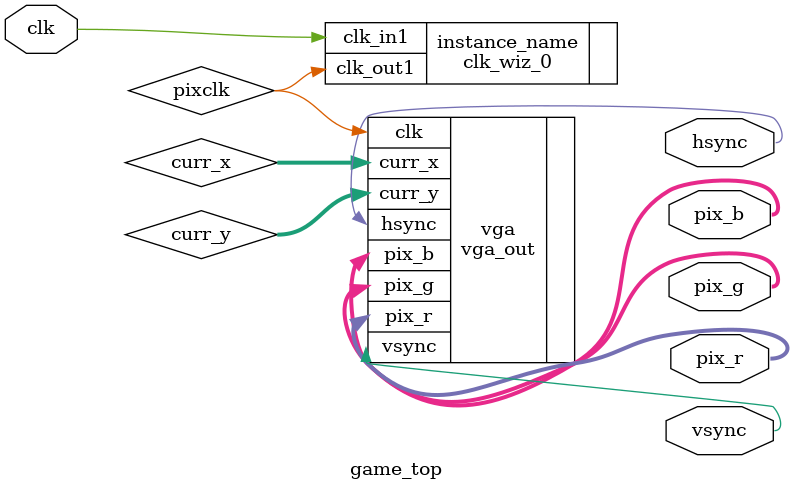
<source format=sv>
`timescale 1ns / 1ps


module game_top(
    input clk,
    output reg [3:0] pix_r,
    output reg [3:0] pix_g,
    output reg [3:0] pix_b,
    output hsync,
    output vsync
    );
    
    wire pixclk;
    clk_wiz_0 instance_name
   (
    // Clock out ports
    .clk_out1(pixclk),     // output clk_out1
   // Clock in ports
    .clk_in1(clk));      // input clk_in1
    
    logic [10:0] curr_x;
    logic [9:0] curr_y;
    
    vga_out vga (.clk(pixclk), .pix_r(pix_r), .pix_g(pix_g), .pix_b(pix_b), .hsync(hsync), .vsync(vsync), .curr_x(curr_x), .curr_y(curr_y));
    
    // This is not correct, you can remove it or fix it
    /*always_ff@(posedge pixclk)
    begin
        if (520<curr_x && curr_x<760 && 300<curr_y && curr_y<500)
        begin
            pix_r = 4'b1111;
            pix_b = 4'b0000;
        end
            
    end*/
endmodule

</source>
